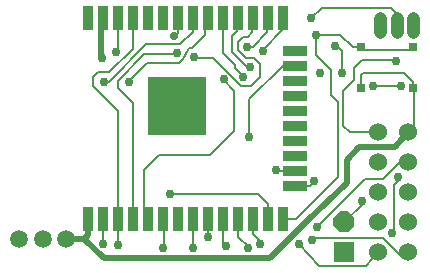
<source format=gbr>
G04 EAGLE Gerber RS-274X export*
G75*
%MOMM*%
%FSLAX34Y34*%
%LPD*%
%INBottom Copper*%
%IPPOS*%
%AMOC8*
5,1,8,0,0,1.08239X$1,22.5*%
G01*
%ADD10C,1.524000*%
%ADD11R,5.000000X5.000000*%
%ADD12R,0.900000X2.000000*%
%ADD13R,2.000000X0.900000*%
%ADD14C,1.489991*%
%ADD15C,1.108000*%
%ADD16R,0.700000X0.700000*%
%ADD17P,1.924489X8X202.500000*%
%ADD18R,1.778000X1.778000*%
%ADD19C,0.152400*%
%ADD20C,0.508000*%
%ADD21C,0.756400*%
%ADD22C,0.706400*%


D10*
X332300Y116300D03*
X357700Y116300D03*
X332300Y90900D03*
X357700Y90900D03*
X332300Y65500D03*
X357700Y65500D03*
X332300Y40100D03*
X357700Y40100D03*
X332300Y14700D03*
X357700Y14700D03*
D11*
X162100Y138000D03*
D12*
X87100Y213000D03*
X99800Y213000D03*
X112500Y213000D03*
X125200Y213000D03*
X137900Y213000D03*
X150600Y213000D03*
X163300Y213000D03*
X176000Y213000D03*
X188700Y213000D03*
X201400Y213000D03*
X214100Y213000D03*
X226800Y213000D03*
X239500Y213000D03*
X252200Y213000D03*
D13*
X262200Y185150D03*
X262200Y172450D03*
X262200Y159750D03*
X262200Y147050D03*
X262200Y134350D03*
X262200Y121650D03*
X262200Y108950D03*
X262200Y96250D03*
X262200Y83550D03*
X262200Y70850D03*
D12*
X252200Y43000D03*
X239500Y43000D03*
X226800Y43000D03*
X214100Y43000D03*
X201400Y43000D03*
X188700Y43000D03*
X176000Y43000D03*
X163300Y43000D03*
X150600Y43000D03*
X137900Y43000D03*
X125200Y43000D03*
X112500Y43000D03*
X99800Y43000D03*
X87100Y43000D03*
D14*
X68760Y26130D03*
X48760Y26130D03*
X28760Y26130D03*
D15*
X348615Y201470D02*
X348615Y212550D01*
X362585Y212550D02*
X362585Y201470D01*
X334645Y201470D02*
X334645Y212550D01*
D16*
X362610Y188315D03*
X318110Y188315D03*
X318110Y153315D03*
X362610Y153315D03*
D17*
X304165Y40100D03*
D18*
X304165Y14700D03*
D19*
X362610Y153315D02*
X362610Y158725D01*
X363245Y119845D02*
X357700Y116300D01*
X363245Y152680D02*
X362610Y153315D01*
X363245Y152680D02*
X363245Y119845D01*
D20*
X87100Y43000D02*
X85830Y41730D01*
X272828Y41275D02*
X306197Y73055D01*
X272828Y41275D02*
X241078Y9525D01*
X346768Y103632D02*
X357700Y116300D01*
X316992Y103632D02*
X306197Y92837D01*
X316992Y103632D02*
X346768Y103632D01*
X306197Y92837D02*
X306197Y73055D01*
X83725Y26130D02*
X68760Y26130D01*
X83725Y26130D02*
X87100Y29505D01*
X87100Y43000D01*
X83725Y26130D02*
X100330Y9525D01*
X241078Y9525D01*
D19*
X86995Y212895D02*
X87100Y213000D01*
X354753Y166582D02*
X362610Y158725D01*
X318110Y153315D02*
X318110Y164567D01*
X320125Y166582D02*
X354753Y166582D01*
X320125Y166582D02*
X318110Y164567D01*
X309151Y116300D02*
X332300Y116300D01*
X309151Y116300D02*
X308568Y116247D01*
X303276Y121539D01*
X303276Y151266D01*
D21*
X99187Y179070D03*
D20*
X98171Y211371D02*
X99800Y213000D01*
X98171Y211371D02*
X98171Y181864D01*
X99187Y180848D02*
X99187Y179070D01*
X99187Y180848D02*
X98171Y181864D01*
D19*
X312357Y170752D02*
X318770Y177165D01*
X312357Y170752D02*
X312357Y160347D01*
X303276Y151266D01*
X318770Y177165D02*
X347853Y177165D01*
X347853Y176558D01*
D21*
X347853Y176558D03*
D19*
X275320Y70850D02*
X262200Y70850D01*
X278765Y74295D02*
X278765Y74930D01*
X278765Y74295D02*
X275320Y70850D01*
D21*
X278765Y74930D03*
D19*
X262200Y83550D02*
X246650Y83550D01*
X246380Y83820D01*
D21*
X246380Y83820D03*
D19*
X252079Y172450D02*
X262200Y172450D01*
X252079Y172450D02*
X223647Y144018D01*
X223647Y111760D01*
D21*
X223647Y111760D03*
D19*
X252200Y203305D02*
X252200Y213000D01*
X252200Y203305D02*
X234950Y186055D01*
X235585Y184785D01*
D21*
X235585Y184785D03*
D19*
X238760Y212260D02*
X239500Y213000D01*
X238760Y212260D02*
X238760Y200660D01*
X226695Y188595D01*
X221615Y188595D01*
D21*
X221615Y188595D03*
D19*
X226060Y212260D02*
X226800Y213000D01*
X226060Y212260D02*
X226060Y200660D01*
X222250Y196850D01*
X218440Y196850D01*
X176530Y179578D02*
X176276Y179324D01*
D21*
X176530Y179578D03*
D19*
X176276Y179324D02*
X192786Y179324D01*
X214277Y185447D02*
X214277Y192687D01*
X214277Y185447D02*
X221007Y178717D01*
X227683Y178717D02*
X232410Y173990D01*
X214277Y192687D02*
X218440Y196850D01*
X221007Y178717D02*
X227683Y178717D01*
X232410Y173990D02*
X232410Y163195D01*
X224790Y155575D01*
X216535Y155575D01*
X192786Y179324D01*
X186160Y210460D02*
X188700Y213000D01*
X186160Y210460D02*
X186160Y198225D01*
X175260Y187325D01*
X137160Y174625D02*
X121793Y159258D01*
X121793Y158750D01*
D21*
X121793Y158750D03*
D19*
X172720Y187325D02*
X175260Y187325D01*
X172720Y187325D02*
X171637Y186242D01*
X167700Y177987D02*
X164338Y174625D01*
X137160Y174625D01*
X167700Y177987D02*
X171637Y186242D01*
X176000Y201400D02*
X176000Y213000D01*
X176000Y201400D02*
X165100Y190500D01*
X136525Y190500D01*
D21*
X100330Y158750D03*
D19*
X104775Y158750D02*
X136525Y190500D01*
X104775Y158750D02*
X100330Y158750D01*
X188700Y43000D02*
X188700Y27200D01*
X188750Y27150D01*
X188595Y27150D01*
D21*
X188595Y27150D03*
X281305Y35560D03*
D19*
X176000Y43000D02*
X176000Y18266D01*
X175641Y17907D01*
D21*
X175641Y17907D03*
D19*
X281305Y35560D02*
X321945Y76200D01*
X336550Y76200D01*
X351155Y90805D01*
X351587Y90900D02*
X357700Y90900D01*
X351587Y90900D02*
X351155Y90805D01*
X99800Y43000D02*
X99800Y27410D01*
X99695Y27305D01*
X99695Y21590D01*
D21*
X99695Y21590D03*
D19*
X201400Y22219D02*
X201400Y43000D01*
X201400Y22219D02*
X203708Y19911D01*
D21*
X203708Y19911D03*
D19*
X151130Y42470D02*
X150600Y43000D01*
X151130Y42470D02*
X151130Y18161D01*
X151003Y18161D01*
D21*
X151003Y18161D03*
D19*
X112776Y42724D02*
X112500Y43000D01*
D21*
X112776Y20447D03*
D19*
X112776Y42724D01*
X91087Y155453D02*
X91087Y162555D01*
X95636Y167104D01*
X112500Y134040D02*
X112500Y43000D01*
X105267Y167104D02*
X95636Y167104D01*
X91087Y155453D02*
X112500Y134040D01*
X105267Y167104D02*
X125194Y187031D01*
X125194Y200124D01*
X125200Y200130D02*
X125200Y213000D01*
X125200Y200130D02*
X125194Y200124D01*
X112423Y159787D02*
X112423Y153316D01*
X112423Y159787D02*
X134819Y182182D01*
X112423Y153316D02*
X125200Y140539D01*
X160882Y182291D02*
X162262Y183670D01*
X160882Y182291D02*
X134819Y182182D01*
D21*
X162262Y183670D03*
D19*
X125200Y140539D02*
X125200Y43000D01*
X210820Y151257D02*
X201195Y160882D01*
X202592Y161063D01*
D21*
X202592Y161063D03*
D19*
X190500Y96520D02*
X147066Y96520D01*
X134938Y54928D02*
X134725Y54715D01*
X134725Y84179D02*
X147066Y96520D01*
X190500Y96520D02*
X210820Y116840D01*
X210820Y151257D01*
X134725Y84179D02*
X134725Y54715D01*
X134938Y54928D02*
X134938Y45963D01*
X137900Y43000D01*
X163300Y200130D02*
X163300Y213000D01*
X163300Y200130D02*
X160655Y197485D01*
X160020Y197485D01*
D22*
X160020Y197485D03*
D21*
X276352Y212725D03*
D19*
X285325Y221698D01*
X343452Y221698D02*
X349885Y215265D01*
X348615Y213995D01*
X348615Y207010D01*
X343452Y221698D02*
X285325Y221698D01*
D21*
X111125Y184359D03*
X352298Y155448D03*
D19*
X328549Y155448D01*
X328549Y155067D01*
D21*
X328549Y155067D03*
D19*
X112500Y185734D02*
X111125Y184359D01*
X112500Y185734D02*
X112500Y213000D01*
X263345Y43000D02*
X298450Y78105D01*
X298450Y141732D01*
X292608Y147574D01*
X292608Y169790D01*
X292363Y169790D01*
X280162Y181991D01*
X280162Y198755D01*
D21*
X280162Y198755D03*
D19*
X263345Y43000D02*
X252200Y43000D01*
X311190Y188315D02*
X318110Y188315D01*
X280293Y198886D02*
X280162Y198755D01*
X300619Y198886D02*
X311190Y188315D01*
X300619Y198886D02*
X280293Y198886D01*
X318110Y188315D02*
X320370Y186055D01*
X360350Y186055D02*
X362610Y188315D01*
X360350Y186055D02*
X320370Y186055D01*
X239500Y55140D02*
X239500Y43000D01*
X239500Y55140D02*
X231140Y63500D01*
X156464Y63500D01*
D21*
X156464Y63500D03*
D19*
X231648Y25273D02*
X232918Y21463D01*
X231648Y25273D02*
X226800Y30121D01*
D21*
X232918Y21463D03*
X266065Y21590D03*
D19*
X266198Y21577D02*
X282732Y3302D01*
X266198Y21577D02*
X266065Y21590D01*
X226800Y30121D02*
X226800Y43000D01*
X322616Y3302D02*
X332300Y14700D01*
X322616Y3302D02*
X282732Y3302D01*
X214100Y27835D02*
X214100Y43000D01*
X222250Y19685D02*
X222250Y17907D01*
X222250Y19685D02*
X214100Y27835D01*
D21*
X222250Y17907D03*
X276860Y24765D03*
D19*
X278765Y26670D02*
X336745Y26670D01*
X278765Y26670D02*
X276860Y24765D01*
X357065Y12065D02*
X357700Y14700D01*
X357065Y12065D02*
X351350Y12065D01*
X336745Y26670D01*
X201400Y183410D02*
X201400Y213000D01*
X201400Y183410D02*
X211455Y173355D01*
X211455Y170815D01*
X218440Y163830D01*
X218440Y163195D01*
D21*
X218440Y163195D03*
X344170Y31115D03*
D19*
X346524Y33469D02*
X346524Y71569D01*
X346524Y33469D02*
X344170Y31115D01*
X346524Y71569D02*
X349885Y74930D01*
X349885Y77764D01*
X349544Y78105D01*
D21*
X349544Y78105D03*
X283972Y166370D03*
D19*
X214100Y213000D02*
X213465Y212365D01*
X213465Y201592D01*
X209324Y197451D01*
X209324Y183741D01*
X223802Y172085D02*
X224437Y171450D01*
X223802Y172085D02*
X220980Y172085D01*
D21*
X224437Y171450D03*
X296672Y189103D03*
X302260Y166243D03*
D19*
X220980Y172085D02*
X209324Y183741D01*
D21*
X319242Y57948D03*
D19*
X318588Y58603D01*
X317337Y58603D01*
X319783Y55718D02*
X304165Y40100D01*
X319783Y55718D02*
X317337Y58603D01*
X296672Y189103D02*
X297244Y189675D01*
X302260Y184658D02*
X302260Y166243D01*
X302260Y184658D02*
X297244Y189675D01*
M02*

</source>
